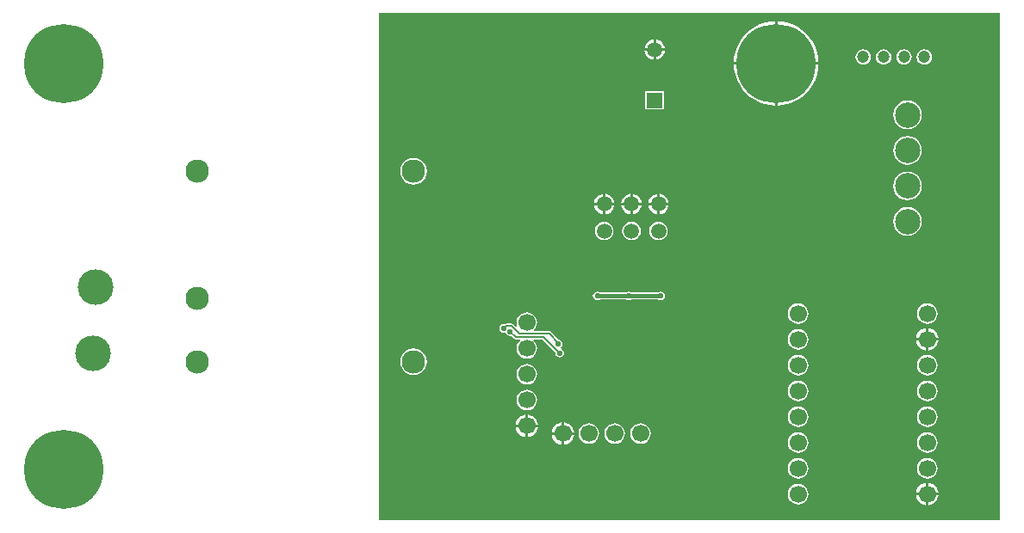
<source format=gbl>
G04*
G04 #@! TF.GenerationSoftware,Altium Limited,Altium Designer,20.1.12 (249)*
G04*
G04 Layer_Physical_Order=2*
G04 Layer_Color=16711680*
%FSLAX25Y25*%
%MOIN*%
G70*
G04*
G04 #@! TF.SameCoordinates,A6E25834-E18E-4168-B90B-242D5B1D2A4A*
G04*
G04*
G04 #@! TF.FilePolarity,Positive*
G04*
G01*
G75*
%ADD41C,0.01500*%
%ADD42C,0.00600*%
%ADD43C,0.06693*%
%ADD44C,0.09843*%
%ADD45C,0.30709*%
%ADD46C,0.09055*%
%ADD47C,0.04724*%
%ADD48R,0.05906X0.05906*%
%ADD49C,0.05906*%
%ADD50C,0.13780*%
%ADD51C,0.02165*%
G36*
X381890Y-196850D02*
X141500D01*
X141500Y-0D01*
X381890Y0D01*
X381890Y-196850D01*
D02*
G37*
%LPC*%
G36*
X248769Y-10418D02*
Y-13839D01*
X252190D01*
X252120Y-13307D01*
X251722Y-12345D01*
X251088Y-11519D01*
X250263Y-10886D01*
X249301Y-10488D01*
X248769Y-10418D01*
D02*
G37*
G36*
X247769D02*
X247237Y-10488D01*
X246276Y-10886D01*
X245450Y-11519D01*
X244817Y-12345D01*
X244418Y-13307D01*
X244348Y-13839D01*
X247769D01*
Y-10418D01*
D02*
G37*
G36*
X252190Y-14839D02*
X248769D01*
Y-18260D01*
X249301Y-18190D01*
X250263Y-17791D01*
X251088Y-17158D01*
X251722Y-16332D01*
X252120Y-15371D01*
X252190Y-14839D01*
D02*
G37*
G36*
X247769D02*
X244348D01*
X244418Y-15371D01*
X244817Y-16332D01*
X245450Y-17158D01*
X246276Y-17791D01*
X247237Y-18190D01*
X247769Y-18260D01*
Y-14839D01*
D02*
G37*
G36*
X295776Y-3328D02*
Y-19185D01*
X311632D01*
X311525Y-17546D01*
X311107Y-15443D01*
X310417Y-13413D01*
X309469Y-11490D01*
X308278Y-9708D01*
X306865Y-8096D01*
X305253Y-6682D01*
X303470Y-5491D01*
X301548Y-4543D01*
X299517Y-3854D01*
X297415Y-3436D01*
X295776Y-3328D01*
D02*
G37*
G36*
X294776D02*
X293136Y-3436D01*
X291034Y-3854D01*
X289004Y-4543D01*
X287081Y-5491D01*
X285298Y-6682D01*
X283686Y-8096D01*
X282273Y-9708D01*
X281082Y-11490D01*
X280134Y-13413D01*
X279445Y-15443D01*
X279026Y-17546D01*
X278919Y-19185D01*
X294776D01*
Y-3328D01*
D02*
G37*
G36*
X352638Y-14193D02*
X351865Y-14295D01*
X351144Y-14594D01*
X350525Y-15068D01*
X350050Y-15687D01*
X349752Y-16408D01*
X349650Y-17181D01*
X349752Y-17954D01*
X350050Y-18675D01*
X350525Y-19294D01*
X351144Y-19769D01*
X351865Y-20067D01*
X352638Y-20169D01*
X353411Y-20067D01*
X354132Y-19769D01*
X354750Y-19294D01*
X355225Y-18675D01*
X355524Y-17954D01*
X355626Y-17181D01*
X355524Y-16408D01*
X355225Y-15687D01*
X354750Y-15068D01*
X354132Y-14594D01*
X353411Y-14295D01*
X352638Y-14193D01*
D02*
G37*
G36*
X344764D02*
X343990Y-14295D01*
X343270Y-14594D01*
X342651Y-15068D01*
X342176Y-15687D01*
X341878Y-16408D01*
X341776Y-17181D01*
X341878Y-17954D01*
X342176Y-18675D01*
X342651Y-19294D01*
X343270Y-19769D01*
X343990Y-20067D01*
X344764Y-20169D01*
X345537Y-20067D01*
X346258Y-19769D01*
X346877Y-19294D01*
X347351Y-18675D01*
X347650Y-17954D01*
X347751Y-17181D01*
X347650Y-16408D01*
X347351Y-15687D01*
X346877Y-15068D01*
X346258Y-14594D01*
X345537Y-14295D01*
X344764Y-14193D01*
D02*
G37*
G36*
X336890D02*
X336117Y-14295D01*
X335396Y-14594D01*
X334777Y-15068D01*
X334302Y-15687D01*
X334004Y-16408D01*
X333902Y-17181D01*
X334004Y-17954D01*
X334302Y-18675D01*
X334777Y-19294D01*
X335396Y-19769D01*
X336117Y-20067D01*
X336890Y-20169D01*
X337663Y-20067D01*
X338384Y-19769D01*
X339002Y-19294D01*
X339477Y-18675D01*
X339776Y-17954D01*
X339878Y-17181D01*
X339776Y-16408D01*
X339477Y-15687D01*
X339002Y-15068D01*
X338384Y-14594D01*
X337663Y-14295D01*
X336890Y-14193D01*
D02*
G37*
G36*
X329016D02*
X328242Y-14295D01*
X327522Y-14594D01*
X326903Y-15068D01*
X326428Y-15687D01*
X326130Y-16408D01*
X326028Y-17181D01*
X326130Y-17954D01*
X326428Y-18675D01*
X326903Y-19294D01*
X327522Y-19769D01*
X328242Y-20067D01*
X329016Y-20169D01*
X329789Y-20067D01*
X330510Y-19769D01*
X331128Y-19294D01*
X331603Y-18675D01*
X331902Y-17954D01*
X332003Y-17181D01*
X331902Y-16408D01*
X331603Y-15687D01*
X331128Y-15068D01*
X330510Y-14594D01*
X329789Y-14295D01*
X329016Y-14193D01*
D02*
G37*
G36*
X311632Y-20185D02*
X295776D01*
Y-36042D01*
X297415Y-35934D01*
X299517Y-35516D01*
X301548Y-34827D01*
X303470Y-33879D01*
X305253Y-32688D01*
X306865Y-31274D01*
X308278Y-29662D01*
X309469Y-27880D01*
X310417Y-25957D01*
X311107Y-23927D01*
X311525Y-21824D01*
X311632Y-20185D01*
D02*
G37*
G36*
X294776D02*
X278919D01*
X279026Y-21824D01*
X279445Y-23927D01*
X280134Y-25957D01*
X281082Y-27880D01*
X282273Y-29662D01*
X283686Y-31274D01*
X285298Y-32688D01*
X287081Y-33879D01*
X289004Y-34827D01*
X291034Y-35516D01*
X293136Y-35934D01*
X294776Y-36042D01*
Y-20185D01*
D02*
G37*
G36*
X251822Y-30471D02*
X244717D01*
Y-37576D01*
X251822D01*
Y-30471D01*
D02*
G37*
G36*
X346142Y-34053D02*
X344700Y-34243D01*
X343357Y-34799D01*
X342204Y-35684D01*
X341319Y-36838D01*
X340763Y-38181D01*
X340573Y-39622D01*
X340763Y-41063D01*
X341319Y-42406D01*
X342204Y-43560D01*
X343357Y-44445D01*
X344700Y-45001D01*
X346142Y-45191D01*
X347583Y-45001D01*
X348926Y-44445D01*
X350079Y-43560D01*
X350964Y-42406D01*
X351521Y-41063D01*
X351711Y-39622D01*
X351521Y-38181D01*
X350964Y-36838D01*
X350079Y-35684D01*
X348926Y-34799D01*
X347583Y-34243D01*
X346142Y-34053D01*
D02*
G37*
G36*
Y-47833D02*
X344700Y-48022D01*
X343357Y-48579D01*
X342204Y-49464D01*
X341319Y-50617D01*
X340763Y-51960D01*
X340573Y-53402D01*
X340763Y-54843D01*
X341319Y-56186D01*
X342204Y-57339D01*
X343357Y-58224D01*
X344700Y-58781D01*
X346142Y-58970D01*
X347583Y-58781D01*
X348926Y-58224D01*
X350079Y-57339D01*
X350964Y-56186D01*
X351521Y-54843D01*
X351711Y-53402D01*
X351521Y-51960D01*
X350964Y-50617D01*
X350079Y-49464D01*
X348926Y-48579D01*
X347583Y-48022D01*
X346142Y-47833D01*
D02*
G37*
G36*
X154931Y-56344D02*
X153592Y-56520D01*
X152345Y-57037D01*
X151274Y-57859D01*
X150452Y-58930D01*
X149935Y-60177D01*
X149759Y-61516D01*
X149935Y-62854D01*
X150452Y-64102D01*
X151274Y-65173D01*
X152345Y-65995D01*
X153592Y-66511D01*
X154931Y-66688D01*
X156269Y-66511D01*
X157517Y-65995D01*
X158588Y-65173D01*
X159410Y-64102D01*
X159926Y-62854D01*
X160102Y-61516D01*
X159926Y-60177D01*
X159410Y-58930D01*
X158588Y-57859D01*
X157517Y-57037D01*
X156269Y-56520D01*
X154931Y-56344D01*
D02*
G37*
G36*
X346142Y-61612D02*
X344700Y-61802D01*
X343357Y-62358D01*
X342204Y-63243D01*
X341319Y-64397D01*
X340763Y-65740D01*
X340573Y-67181D01*
X340763Y-68622D01*
X341319Y-69965D01*
X342204Y-71119D01*
X343357Y-72004D01*
X344700Y-72560D01*
X346142Y-72750D01*
X347583Y-72560D01*
X348926Y-72004D01*
X350079Y-71119D01*
X350964Y-69965D01*
X351521Y-68622D01*
X351711Y-67181D01*
X351521Y-65740D01*
X350964Y-64397D01*
X350079Y-63243D01*
X348926Y-62358D01*
X347583Y-61802D01*
X346142Y-61612D01*
D02*
G37*
G36*
X250269Y-70260D02*
Y-73681D01*
X253690D01*
X253620Y-73149D01*
X253222Y-72188D01*
X252588Y-71362D01*
X251763Y-70728D01*
X250801Y-70330D01*
X250269Y-70260D01*
D02*
G37*
G36*
X249269D02*
X248737Y-70330D01*
X247776Y-70728D01*
X246950Y-71362D01*
X246317Y-72188D01*
X245918Y-73149D01*
X245848Y-73681D01*
X249269D01*
Y-70260D01*
D02*
G37*
G36*
X239769D02*
Y-73681D01*
X243190D01*
X243120Y-73149D01*
X242722Y-72188D01*
X242088Y-71362D01*
X241263Y-70728D01*
X240301Y-70330D01*
X239769Y-70260D01*
D02*
G37*
G36*
X238769D02*
X238237Y-70330D01*
X237276Y-70728D01*
X236450Y-71362D01*
X235817Y-72188D01*
X235418Y-73149D01*
X235348Y-73681D01*
X238769D01*
Y-70260D01*
D02*
G37*
G36*
X229269D02*
Y-73681D01*
X232690D01*
X232620Y-73149D01*
X232222Y-72188D01*
X231588Y-71362D01*
X230763Y-70728D01*
X229801Y-70330D01*
X229269Y-70260D01*
D02*
G37*
G36*
X228269D02*
X227737Y-70330D01*
X226776Y-70728D01*
X225950Y-71362D01*
X225317Y-72188D01*
X224918Y-73149D01*
X224848Y-73681D01*
X228269D01*
Y-70260D01*
D02*
G37*
G36*
X253690Y-74681D02*
X250269D01*
Y-78102D01*
X250801Y-78032D01*
X251763Y-77634D01*
X252588Y-77000D01*
X253222Y-76174D01*
X253620Y-75213D01*
X253690Y-74681D01*
D02*
G37*
G36*
X249269D02*
X245848D01*
X245918Y-75213D01*
X246317Y-76174D01*
X246950Y-77000D01*
X247776Y-77634D01*
X248737Y-78032D01*
X249269Y-78102D01*
Y-74681D01*
D02*
G37*
G36*
X243190D02*
X239769D01*
Y-78102D01*
X240301Y-78032D01*
X241263Y-77634D01*
X242088Y-77000D01*
X242722Y-76174D01*
X243120Y-75213D01*
X243190Y-74681D01*
D02*
G37*
G36*
X238769D02*
X235348D01*
X235418Y-75213D01*
X235817Y-76174D01*
X236450Y-77000D01*
X237276Y-77634D01*
X238237Y-78032D01*
X238769Y-78102D01*
Y-74681D01*
D02*
G37*
G36*
X232690D02*
X229269D01*
Y-78102D01*
X229801Y-78032D01*
X230763Y-77634D01*
X231588Y-77000D01*
X232222Y-76174D01*
X232620Y-75213D01*
X232690Y-74681D01*
D02*
G37*
G36*
X228269D02*
X224848D01*
X224918Y-75213D01*
X225317Y-76174D01*
X225950Y-77000D01*
X226776Y-77634D01*
X227737Y-78032D01*
X228269Y-78102D01*
Y-74681D01*
D02*
G37*
G36*
X346142Y-75392D02*
X344700Y-75582D01*
X343357Y-76138D01*
X342204Y-77023D01*
X341319Y-78176D01*
X340763Y-79519D01*
X340573Y-80961D01*
X340763Y-82402D01*
X341319Y-83745D01*
X342204Y-84898D01*
X343357Y-85783D01*
X344700Y-86340D01*
X346142Y-86529D01*
X347583Y-86340D01*
X348926Y-85783D01*
X350079Y-84898D01*
X350964Y-83745D01*
X351521Y-82402D01*
X351711Y-80961D01*
X351521Y-79519D01*
X350964Y-78176D01*
X350079Y-77023D01*
X348926Y-76138D01*
X347583Y-75582D01*
X346142Y-75392D01*
D02*
G37*
G36*
X249769Y-81098D02*
X248842Y-81220D01*
X247978Y-81578D01*
X247235Y-82147D01*
X246666Y-82889D01*
X246308Y-83754D01*
X246186Y-84681D01*
X246308Y-85609D01*
X246666Y-86473D01*
X247235Y-87215D01*
X247978Y-87784D01*
X248842Y-88142D01*
X249769Y-88265D01*
X250697Y-88142D01*
X251561Y-87784D01*
X252303Y-87215D01*
X252873Y-86473D01*
X253231Y-85609D01*
X253353Y-84681D01*
X253231Y-83754D01*
X252873Y-82889D01*
X252303Y-82147D01*
X251561Y-81578D01*
X250697Y-81220D01*
X249769Y-81098D01*
D02*
G37*
G36*
X239269D02*
X238342Y-81220D01*
X237478Y-81578D01*
X236735Y-82147D01*
X236166Y-82889D01*
X235808Y-83754D01*
X235686Y-84681D01*
X235808Y-85609D01*
X236166Y-86473D01*
X236735Y-87215D01*
X237478Y-87784D01*
X238342Y-88142D01*
X239269Y-88265D01*
X240197Y-88142D01*
X241061Y-87784D01*
X241803Y-87215D01*
X242373Y-86473D01*
X242731Y-85609D01*
X242853Y-84681D01*
X242731Y-83754D01*
X242373Y-82889D01*
X241803Y-82147D01*
X241061Y-81578D01*
X240197Y-81220D01*
X239269Y-81098D01*
D02*
G37*
G36*
X228769D02*
X227842Y-81220D01*
X226978Y-81578D01*
X226235Y-82147D01*
X225666Y-82889D01*
X225308Y-83754D01*
X225186Y-84681D01*
X225308Y-85609D01*
X225666Y-86473D01*
X226235Y-87215D01*
X226978Y-87784D01*
X227842Y-88142D01*
X228769Y-88265D01*
X229697Y-88142D01*
X230561Y-87784D01*
X231303Y-87215D01*
X231873Y-86473D01*
X232231Y-85609D01*
X232353Y-84681D01*
X232231Y-83754D01*
X231873Y-82889D01*
X231303Y-82147D01*
X230561Y-81578D01*
X229697Y-81220D01*
X228769Y-81098D01*
D02*
G37*
G36*
X250596Y-108168D02*
X249940Y-108299D01*
X249628Y-108507D01*
X239065D01*
X238753Y-108299D01*
X238096Y-108168D01*
X237440Y-108299D01*
X237128Y-108507D01*
X227065D01*
X226753Y-108299D01*
X226096Y-108168D01*
X225440Y-108299D01*
X224883Y-108671D01*
X224511Y-109227D01*
X224381Y-109884D01*
X224511Y-110540D01*
X224883Y-111097D01*
X225440Y-111469D01*
X226096Y-111599D01*
X226753Y-111469D01*
X227065Y-111260D01*
X237128D01*
X237440Y-111469D01*
X238096Y-111599D01*
X238753Y-111469D01*
X239065Y-111260D01*
X249628D01*
X249940Y-111469D01*
X250596Y-111599D01*
X251253Y-111469D01*
X251810Y-111097D01*
X252181Y-110540D01*
X252312Y-109884D01*
X252181Y-109227D01*
X251810Y-108671D01*
X251253Y-108299D01*
X250596Y-108168D01*
D02*
G37*
G36*
X353752Y-112701D02*
X352722Y-112836D01*
X351762Y-113234D01*
X350937Y-113866D01*
X350305Y-114691D01*
X349907Y-115651D01*
X349771Y-116681D01*
X349907Y-117711D01*
X350305Y-118671D01*
X350937Y-119496D01*
X351762Y-120128D01*
X352722Y-120526D01*
X353752Y-120662D01*
X354782Y-120526D01*
X355742Y-120128D01*
X356567Y-119496D01*
X357199Y-118671D01*
X357597Y-117711D01*
X357733Y-116681D01*
X357597Y-115651D01*
X357199Y-114691D01*
X356567Y-113866D01*
X355742Y-113234D01*
X354782Y-112836D01*
X353752Y-112701D01*
D02*
G37*
G36*
X303752D02*
X302722Y-112836D01*
X301762Y-113234D01*
X300937Y-113866D01*
X300305Y-114691D01*
X299907Y-115651D01*
X299771Y-116681D01*
X299907Y-117711D01*
X300305Y-118671D01*
X300937Y-119496D01*
X301762Y-120128D01*
X302722Y-120526D01*
X303752Y-120662D01*
X304782Y-120526D01*
X305742Y-120128D01*
X306567Y-119496D01*
X307199Y-118671D01*
X307597Y-117711D01*
X307733Y-116681D01*
X307597Y-115651D01*
X307199Y-114691D01*
X306567Y-113866D01*
X305742Y-113234D01*
X304782Y-112836D01*
X303752Y-112701D01*
D02*
G37*
G36*
X198769Y-116201D02*
X197739Y-116336D01*
X196779Y-116734D01*
X195955Y-117367D01*
X195322Y-118191D01*
X194924Y-119151D01*
X194789Y-120181D01*
X194924Y-121211D01*
X195072Y-121567D01*
X194648Y-121850D01*
X193649Y-120851D01*
X193351Y-120652D01*
X193000Y-120582D01*
X191000D01*
X190649Y-120652D01*
X190393Y-120823D01*
X189865Y-120718D01*
X189209Y-120849D01*
X188652Y-121221D01*
X188280Y-121777D01*
X188150Y-122434D01*
X188280Y-123091D01*
X188652Y-123647D01*
X189209Y-124019D01*
X189865Y-124150D01*
X190522Y-124019D01*
X190722Y-124102D01*
X190763Y-124309D01*
X191135Y-124865D01*
X191692Y-125237D01*
X192348Y-125368D01*
X192697Y-125298D01*
X193747Y-126349D01*
X194045Y-126548D01*
X194396Y-126618D01*
X196109D01*
X196279Y-127118D01*
X195955Y-127366D01*
X195322Y-128191D01*
X194924Y-129151D01*
X194789Y-130181D01*
X194924Y-131211D01*
X195322Y-132171D01*
X195955Y-132996D01*
X196779Y-133628D01*
X197739Y-134026D01*
X198769Y-134162D01*
X199800Y-134026D01*
X200760Y-133628D01*
X201584Y-132996D01*
X202217Y-132171D01*
X202614Y-131211D01*
X202750Y-130181D01*
X202614Y-129151D01*
X202217Y-128191D01*
X201584Y-127366D01*
X201260Y-127118D01*
X201429Y-126618D01*
X204820D01*
X209854Y-131651D01*
X209784Y-132000D01*
X209915Y-132657D01*
X210287Y-133213D01*
X210843Y-133585D01*
X211500Y-133716D01*
X212157Y-133585D01*
X212713Y-133213D01*
X213085Y-132657D01*
X213216Y-132000D01*
X213085Y-131343D01*
X212713Y-130787D01*
X212157Y-130415D01*
X212084Y-130401D01*
X211979Y-129870D01*
X212213Y-129713D01*
X212585Y-129156D01*
X212716Y-128500D01*
X212585Y-127843D01*
X212213Y-127287D01*
X211657Y-126915D01*
X211103Y-126805D01*
X208076Y-123779D01*
X207779Y-123580D01*
X207428Y-123510D01*
X201692D01*
X201531Y-123037D01*
X201584Y-122996D01*
X202217Y-122171D01*
X202614Y-121211D01*
X202750Y-120181D01*
X202614Y-119151D01*
X202217Y-118191D01*
X201584Y-117367D01*
X200760Y-116734D01*
X199800Y-116336D01*
X198769Y-116201D01*
D02*
G37*
G36*
X354252Y-122363D02*
Y-126181D01*
X358070D01*
X357986Y-125547D01*
X357549Y-124489D01*
X356852Y-123581D01*
X355944Y-122885D01*
X354887Y-122447D01*
X354252Y-122363D01*
D02*
G37*
G36*
X353252D02*
X352617Y-122447D01*
X351560Y-122885D01*
X350652Y-123581D01*
X349955Y-124489D01*
X349517Y-125547D01*
X349434Y-126181D01*
X353252D01*
Y-122363D01*
D02*
G37*
G36*
X303752Y-122701D02*
X302722Y-122836D01*
X301762Y-123234D01*
X300937Y-123866D01*
X300305Y-124691D01*
X299907Y-125651D01*
X299771Y-126681D01*
X299907Y-127711D01*
X300305Y-128671D01*
X300937Y-129496D01*
X301762Y-130128D01*
X302722Y-130526D01*
X303752Y-130662D01*
X304782Y-130526D01*
X305742Y-130128D01*
X306567Y-129496D01*
X307199Y-128671D01*
X307597Y-127711D01*
X307733Y-126681D01*
X307597Y-125651D01*
X307199Y-124691D01*
X306567Y-123866D01*
X305742Y-123234D01*
X304782Y-122836D01*
X303752Y-122701D01*
D02*
G37*
G36*
X358070Y-127181D02*
X354252D01*
Y-130999D01*
X354887Y-130916D01*
X355944Y-130478D01*
X356852Y-129781D01*
X357549Y-128873D01*
X357986Y-127816D01*
X358070Y-127181D01*
D02*
G37*
G36*
X353252D02*
X349434D01*
X349517Y-127816D01*
X349955Y-128873D01*
X350652Y-129781D01*
X351560Y-130478D01*
X352617Y-130916D01*
X353252Y-130999D01*
Y-127181D01*
D02*
G37*
G36*
X154931Y-130163D02*
X153592Y-130339D01*
X152345Y-130856D01*
X151274Y-131678D01*
X150452Y-132749D01*
X149935Y-133996D01*
X149759Y-135335D01*
X149935Y-136673D01*
X150452Y-137920D01*
X151274Y-138992D01*
X152345Y-139814D01*
X153592Y-140330D01*
X154931Y-140506D01*
X156269Y-140330D01*
X157517Y-139814D01*
X158588Y-138992D01*
X159410Y-137920D01*
X159926Y-136673D01*
X160102Y-135335D01*
X159926Y-133996D01*
X159410Y-132749D01*
X158588Y-131678D01*
X157517Y-130856D01*
X156269Y-130339D01*
X154931Y-130163D01*
D02*
G37*
G36*
X353752Y-132701D02*
X352722Y-132836D01*
X351762Y-133234D01*
X350937Y-133867D01*
X350305Y-134691D01*
X349907Y-135651D01*
X349771Y-136681D01*
X349907Y-137711D01*
X350305Y-138671D01*
X350937Y-139496D01*
X351762Y-140128D01*
X352722Y-140526D01*
X353752Y-140662D01*
X354782Y-140526D01*
X355742Y-140128D01*
X356567Y-139496D01*
X357199Y-138671D01*
X357597Y-137711D01*
X357733Y-136681D01*
X357597Y-135651D01*
X357199Y-134691D01*
X356567Y-133867D01*
X355742Y-133234D01*
X354782Y-132836D01*
X353752Y-132701D01*
D02*
G37*
G36*
X303752D02*
X302722Y-132836D01*
X301762Y-133234D01*
X300937Y-133867D01*
X300305Y-134691D01*
X299907Y-135651D01*
X299771Y-136681D01*
X299907Y-137711D01*
X300305Y-138671D01*
X300937Y-139496D01*
X301762Y-140128D01*
X302722Y-140526D01*
X303752Y-140662D01*
X304782Y-140526D01*
X305742Y-140128D01*
X306567Y-139496D01*
X307199Y-138671D01*
X307597Y-137711D01*
X307733Y-136681D01*
X307597Y-135651D01*
X307199Y-134691D01*
X306567Y-133867D01*
X305742Y-133234D01*
X304782Y-132836D01*
X303752Y-132701D01*
D02*
G37*
G36*
X198769Y-136201D02*
X197739Y-136336D01*
X196779Y-136734D01*
X195955Y-137366D01*
X195322Y-138191D01*
X194924Y-139151D01*
X194789Y-140181D01*
X194924Y-141211D01*
X195322Y-142171D01*
X195955Y-142996D01*
X196779Y-143628D01*
X197739Y-144026D01*
X198769Y-144162D01*
X199800Y-144026D01*
X200760Y-143628D01*
X201584Y-142996D01*
X202217Y-142171D01*
X202614Y-141211D01*
X202750Y-140181D01*
X202614Y-139151D01*
X202217Y-138191D01*
X201584Y-137366D01*
X200760Y-136734D01*
X199800Y-136336D01*
X198769Y-136201D01*
D02*
G37*
G36*
X353752Y-142701D02*
X352722Y-142836D01*
X351762Y-143234D01*
X350937Y-143867D01*
X350305Y-144691D01*
X349907Y-145651D01*
X349771Y-146681D01*
X349907Y-147711D01*
X350305Y-148671D01*
X350937Y-149496D01*
X351762Y-150128D01*
X352722Y-150526D01*
X353752Y-150662D01*
X354782Y-150526D01*
X355742Y-150128D01*
X356567Y-149496D01*
X357199Y-148671D01*
X357597Y-147711D01*
X357733Y-146681D01*
X357597Y-145651D01*
X357199Y-144691D01*
X356567Y-143867D01*
X355742Y-143234D01*
X354782Y-142836D01*
X353752Y-142701D01*
D02*
G37*
G36*
X303752D02*
X302722Y-142836D01*
X301762Y-143234D01*
X300937Y-143867D01*
X300305Y-144691D01*
X299907Y-145651D01*
X299771Y-146681D01*
X299907Y-147711D01*
X300305Y-148671D01*
X300937Y-149496D01*
X301762Y-150128D01*
X302722Y-150526D01*
X303752Y-150662D01*
X304782Y-150526D01*
X305742Y-150128D01*
X306567Y-149496D01*
X307199Y-148671D01*
X307597Y-147711D01*
X307733Y-146681D01*
X307597Y-145651D01*
X307199Y-144691D01*
X306567Y-143867D01*
X305742Y-143234D01*
X304782Y-142836D01*
X303752Y-142701D01*
D02*
G37*
G36*
X198769Y-146201D02*
X197739Y-146336D01*
X196779Y-146734D01*
X195955Y-147366D01*
X195322Y-148191D01*
X194924Y-149151D01*
X194789Y-150181D01*
X194924Y-151211D01*
X195322Y-152171D01*
X195955Y-152996D01*
X196779Y-153628D01*
X197739Y-154026D01*
X198769Y-154162D01*
X199800Y-154026D01*
X200760Y-153628D01*
X201584Y-152996D01*
X202217Y-152171D01*
X202614Y-151211D01*
X202750Y-150181D01*
X202614Y-149151D01*
X202217Y-148191D01*
X201584Y-147366D01*
X200760Y-146734D01*
X199800Y-146336D01*
X198769Y-146201D01*
D02*
G37*
G36*
X199269Y-155863D02*
Y-159681D01*
X203087D01*
X203004Y-159046D01*
X202566Y-157989D01*
X201869Y-157081D01*
X200961Y-156385D01*
X199904Y-155947D01*
X199269Y-155863D01*
D02*
G37*
G36*
X198269D02*
X197635Y-155947D01*
X196577Y-156385D01*
X195669Y-157081D01*
X194973Y-157989D01*
X194535Y-159046D01*
X194451Y-159681D01*
X198269D01*
Y-155863D01*
D02*
G37*
G36*
X353752Y-152701D02*
X352722Y-152836D01*
X351762Y-153234D01*
X350937Y-153867D01*
X350305Y-154691D01*
X349907Y-155651D01*
X349771Y-156681D01*
X349907Y-157711D01*
X350305Y-158671D01*
X350937Y-159496D01*
X351762Y-160128D01*
X352722Y-160526D01*
X353752Y-160662D01*
X354782Y-160526D01*
X355742Y-160128D01*
X356567Y-159496D01*
X357199Y-158671D01*
X357597Y-157711D01*
X357733Y-156681D01*
X357597Y-155651D01*
X357199Y-154691D01*
X356567Y-153867D01*
X355742Y-153234D01*
X354782Y-152836D01*
X353752Y-152701D01*
D02*
G37*
G36*
X303752D02*
X302722Y-152836D01*
X301762Y-153234D01*
X300937Y-153867D01*
X300305Y-154691D01*
X299907Y-155651D01*
X299771Y-156681D01*
X299907Y-157711D01*
X300305Y-158671D01*
X300937Y-159496D01*
X301762Y-160128D01*
X302722Y-160526D01*
X303752Y-160662D01*
X304782Y-160526D01*
X305742Y-160128D01*
X306567Y-159496D01*
X307199Y-158671D01*
X307597Y-157711D01*
X307733Y-156681D01*
X307597Y-155651D01*
X307199Y-154691D01*
X306567Y-153867D01*
X305742Y-153234D01*
X304782Y-152836D01*
X303752Y-152701D01*
D02*
G37*
G36*
X213269Y-158863D02*
Y-162681D01*
X217087D01*
X217004Y-162047D01*
X216566Y-160989D01*
X215869Y-160081D01*
X214961Y-159385D01*
X213904Y-158947D01*
X213269Y-158863D01*
D02*
G37*
G36*
X212269D02*
X211635Y-158947D01*
X210577Y-159385D01*
X209669Y-160081D01*
X208973Y-160989D01*
X208535Y-162047D01*
X208451Y-162681D01*
X212269D01*
Y-158863D01*
D02*
G37*
G36*
X198269Y-160681D02*
X194451D01*
X194535Y-161316D01*
X194973Y-162373D01*
X195669Y-163281D01*
X196577Y-163978D01*
X197635Y-164416D01*
X198269Y-164499D01*
Y-160681D01*
D02*
G37*
G36*
X203087D02*
X199269D01*
Y-164499D01*
X199904Y-164416D01*
X200961Y-163978D01*
X201869Y-163281D01*
X202566Y-162373D01*
X203004Y-161316D01*
X203087Y-160681D01*
D02*
G37*
G36*
X242769Y-159201D02*
X241739Y-159336D01*
X240779Y-159734D01*
X239955Y-160366D01*
X239322Y-161191D01*
X238924Y-162151D01*
X238789Y-163181D01*
X238924Y-164211D01*
X239322Y-165171D01*
X239955Y-165996D01*
X240779Y-166628D01*
X241739Y-167026D01*
X242769Y-167162D01*
X243799Y-167026D01*
X244759Y-166628D01*
X245584Y-165996D01*
X246217Y-165171D01*
X246614Y-164211D01*
X246750Y-163181D01*
X246614Y-162151D01*
X246217Y-161191D01*
X245584Y-160366D01*
X244759Y-159734D01*
X243799Y-159336D01*
X242769Y-159201D01*
D02*
G37*
G36*
X232769D02*
X231739Y-159336D01*
X230779Y-159734D01*
X229955Y-160366D01*
X229322Y-161191D01*
X228924Y-162151D01*
X228789Y-163181D01*
X228924Y-164211D01*
X229322Y-165171D01*
X229955Y-165996D01*
X230779Y-166628D01*
X231739Y-167026D01*
X232769Y-167162D01*
X233800Y-167026D01*
X234759Y-166628D01*
X235584Y-165996D01*
X236216Y-165171D01*
X236614Y-164211D01*
X236750Y-163181D01*
X236614Y-162151D01*
X236216Y-161191D01*
X235584Y-160366D01*
X234759Y-159734D01*
X233800Y-159336D01*
X232769Y-159201D01*
D02*
G37*
G36*
X222769D02*
X221739Y-159336D01*
X220779Y-159734D01*
X219955Y-160366D01*
X219322Y-161191D01*
X218924Y-162151D01*
X218789Y-163181D01*
X218924Y-164211D01*
X219322Y-165171D01*
X219955Y-165996D01*
X220779Y-166628D01*
X221739Y-167026D01*
X222769Y-167162D01*
X223799Y-167026D01*
X224760Y-166628D01*
X225584Y-165996D01*
X226217Y-165171D01*
X226614Y-164211D01*
X226750Y-163181D01*
X226614Y-162151D01*
X226217Y-161191D01*
X225584Y-160366D01*
X224760Y-159734D01*
X223799Y-159336D01*
X222769Y-159201D01*
D02*
G37*
G36*
X217087Y-163681D02*
X213269D01*
Y-167499D01*
X213904Y-167416D01*
X214961Y-166978D01*
X215869Y-166281D01*
X216566Y-165373D01*
X217004Y-164316D01*
X217087Y-163681D01*
D02*
G37*
G36*
X212269D02*
X208451D01*
X208535Y-164316D01*
X208973Y-165373D01*
X209669Y-166281D01*
X210577Y-166978D01*
X211635Y-167416D01*
X212269Y-167499D01*
Y-163681D01*
D02*
G37*
G36*
X353752Y-162701D02*
X352722Y-162836D01*
X351762Y-163234D01*
X350937Y-163866D01*
X350305Y-164691D01*
X349907Y-165651D01*
X349771Y-166681D01*
X349907Y-167711D01*
X350305Y-168671D01*
X350937Y-169496D01*
X351762Y-170128D01*
X352722Y-170526D01*
X353752Y-170662D01*
X354782Y-170526D01*
X355742Y-170128D01*
X356567Y-169496D01*
X357199Y-168671D01*
X357597Y-167711D01*
X357733Y-166681D01*
X357597Y-165651D01*
X357199Y-164691D01*
X356567Y-163866D01*
X355742Y-163234D01*
X354782Y-162836D01*
X353752Y-162701D01*
D02*
G37*
G36*
X303752D02*
X302722Y-162836D01*
X301762Y-163234D01*
X300937Y-163866D01*
X300305Y-164691D01*
X299907Y-165651D01*
X299771Y-166681D01*
X299907Y-167711D01*
X300305Y-168671D01*
X300937Y-169496D01*
X301762Y-170128D01*
X302722Y-170526D01*
X303752Y-170662D01*
X304782Y-170526D01*
X305742Y-170128D01*
X306567Y-169496D01*
X307199Y-168671D01*
X307597Y-167711D01*
X307733Y-166681D01*
X307597Y-165651D01*
X307199Y-164691D01*
X306567Y-163866D01*
X305742Y-163234D01*
X304782Y-162836D01*
X303752Y-162701D01*
D02*
G37*
G36*
X353752Y-172701D02*
X352722Y-172836D01*
X351762Y-173234D01*
X350937Y-173866D01*
X350305Y-174691D01*
X349907Y-175651D01*
X349771Y-176681D01*
X349907Y-177711D01*
X350305Y-178671D01*
X350937Y-179496D01*
X351762Y-180128D01*
X352722Y-180526D01*
X353752Y-180662D01*
X354782Y-180526D01*
X355742Y-180128D01*
X356567Y-179496D01*
X357199Y-178671D01*
X357597Y-177711D01*
X357733Y-176681D01*
X357597Y-175651D01*
X357199Y-174691D01*
X356567Y-173866D01*
X355742Y-173234D01*
X354782Y-172836D01*
X353752Y-172701D01*
D02*
G37*
G36*
X303752D02*
X302722Y-172836D01*
X301762Y-173234D01*
X300937Y-173866D01*
X300305Y-174691D01*
X299907Y-175651D01*
X299771Y-176681D01*
X299907Y-177711D01*
X300305Y-178671D01*
X300937Y-179496D01*
X301762Y-180128D01*
X302722Y-180526D01*
X303752Y-180662D01*
X304782Y-180526D01*
X305742Y-180128D01*
X306567Y-179496D01*
X307199Y-178671D01*
X307597Y-177711D01*
X307733Y-176681D01*
X307597Y-175651D01*
X307199Y-174691D01*
X306567Y-173866D01*
X305742Y-173234D01*
X304782Y-172836D01*
X303752Y-172701D01*
D02*
G37*
G36*
X354252Y-182363D02*
Y-186181D01*
X358070D01*
X357986Y-185547D01*
X357549Y-184489D01*
X356852Y-183581D01*
X355944Y-182885D01*
X354887Y-182447D01*
X354252Y-182363D01*
D02*
G37*
G36*
X353252D02*
X352617Y-182447D01*
X351560Y-182885D01*
X350652Y-183581D01*
X349955Y-184489D01*
X349517Y-185547D01*
X349434Y-186181D01*
X353252D01*
Y-182363D01*
D02*
G37*
G36*
X303752Y-182701D02*
X302722Y-182836D01*
X301762Y-183234D01*
X300937Y-183867D01*
X300305Y-184691D01*
X299907Y-185651D01*
X299771Y-186681D01*
X299907Y-187711D01*
X300305Y-188671D01*
X300937Y-189496D01*
X301762Y-190128D01*
X302722Y-190526D01*
X303752Y-190662D01*
X304782Y-190526D01*
X305742Y-190128D01*
X306567Y-189496D01*
X307199Y-188671D01*
X307597Y-187711D01*
X307733Y-186681D01*
X307597Y-185651D01*
X307199Y-184691D01*
X306567Y-183867D01*
X305742Y-183234D01*
X304782Y-182836D01*
X303752Y-182701D01*
D02*
G37*
G36*
X358070Y-187181D02*
X354252D01*
Y-190999D01*
X354887Y-190916D01*
X355944Y-190478D01*
X356852Y-189781D01*
X357549Y-188873D01*
X357986Y-187816D01*
X358070Y-187181D01*
D02*
G37*
G36*
X353252D02*
X349434D01*
X349517Y-187816D01*
X349955Y-188873D01*
X350652Y-189781D01*
X351560Y-190478D01*
X352617Y-190916D01*
X353252Y-190999D01*
Y-187181D01*
D02*
G37*
%LPD*%
D41*
X238096Y-109884D02*
X250596D01*
X226096D02*
X238096D01*
D42*
X207428Y-124428D02*
X211001Y-128001D01*
X195928Y-124428D02*
X207428D01*
X190066Y-122434D02*
X191000Y-121500D01*
X193000D02*
X195928Y-124428D01*
X191000Y-121500D02*
X193000D01*
X189865Y-122434D02*
X190066D01*
X192348Y-123652D02*
X194396Y-125700D01*
X205200D01*
X211500Y-132000D01*
X211001Y-128498D02*
Y-128001D01*
X211000Y-128500D02*
X211001Y-128498D01*
D43*
X198769Y-120181D02*
D03*
Y-130181D02*
D03*
Y-140181D02*
D03*
Y-150181D02*
D03*
Y-160181D02*
D03*
X242769Y-163181D02*
D03*
X232769D02*
D03*
X222769D02*
D03*
X212769D02*
D03*
X303752Y-116681D02*
D03*
Y-126681D02*
D03*
Y-136681D02*
D03*
Y-146681D02*
D03*
Y-156681D02*
D03*
Y-186681D02*
D03*
Y-176681D02*
D03*
Y-166681D02*
D03*
X353752Y-116681D02*
D03*
Y-126681D02*
D03*
Y-136681D02*
D03*
Y-146681D02*
D03*
Y-156681D02*
D03*
Y-186681D02*
D03*
Y-176681D02*
D03*
Y-166681D02*
D03*
D44*
X346142Y-39622D02*
D03*
Y-53402D02*
D03*
Y-80961D02*
D03*
Y-67181D02*
D03*
D45*
X19685Y-19685D02*
D03*
X295276D02*
D03*
X19685Y-177165D02*
D03*
D46*
X71269Y-135335D02*
D03*
Y-110728D02*
D03*
X154931Y-135335D02*
D03*
Y-61516D02*
D03*
X71269D02*
D03*
D47*
X329016Y-17181D02*
D03*
X352638D02*
D03*
X336890D02*
D03*
X344764D02*
D03*
D48*
X248269Y-34024D02*
D03*
D49*
Y-14339D02*
D03*
X249769Y-84681D02*
D03*
X239269Y-74181D02*
D03*
Y-84681D02*
D03*
X228769Y-74181D02*
D03*
Y-84681D02*
D03*
X249769Y-74181D02*
D03*
D50*
X31769Y-106575D02*
D03*
X30769Y-132181D02*
D03*
D51*
X226000Y-126000D02*
D03*
X222000Y-125500D02*
D03*
X248000Y-157500D02*
D03*
Y-153000D02*
D03*
X255500Y-54000D02*
D03*
X245000Y-50500D02*
D03*
Y-45000D02*
D03*
X234500Y-49000D02*
D03*
X230000Y-44500D02*
D03*
X203500Y-70000D02*
D03*
Y-65000D02*
D03*
Y-60500D02*
D03*
Y-38000D02*
D03*
Y-32500D02*
D03*
Y-27500D02*
D03*
X229500Y-20500D02*
D03*
X227500Y-15500D02*
D03*
X223000D02*
D03*
X343500Y-128500D02*
D03*
X339500D02*
D03*
X214500Y-168500D02*
D03*
X217500Y-171000D02*
D03*
X220000Y-174000D02*
D03*
X262000Y-158500D02*
D03*
Y-154500D02*
D03*
X262500Y-140500D02*
D03*
Y-144500D02*
D03*
X208500Y-113500D02*
D03*
X192348Y-123652D02*
D03*
X189865Y-122434D02*
D03*
X211000Y-128500D02*
D03*
X211500Y-132000D02*
D03*
X250596Y-109884D02*
D03*
X238096D02*
D03*
X226096D02*
D03*
X226293Y-103884D02*
D03*
X238293D02*
D03*
X250793D02*
D03*
M02*

</source>
